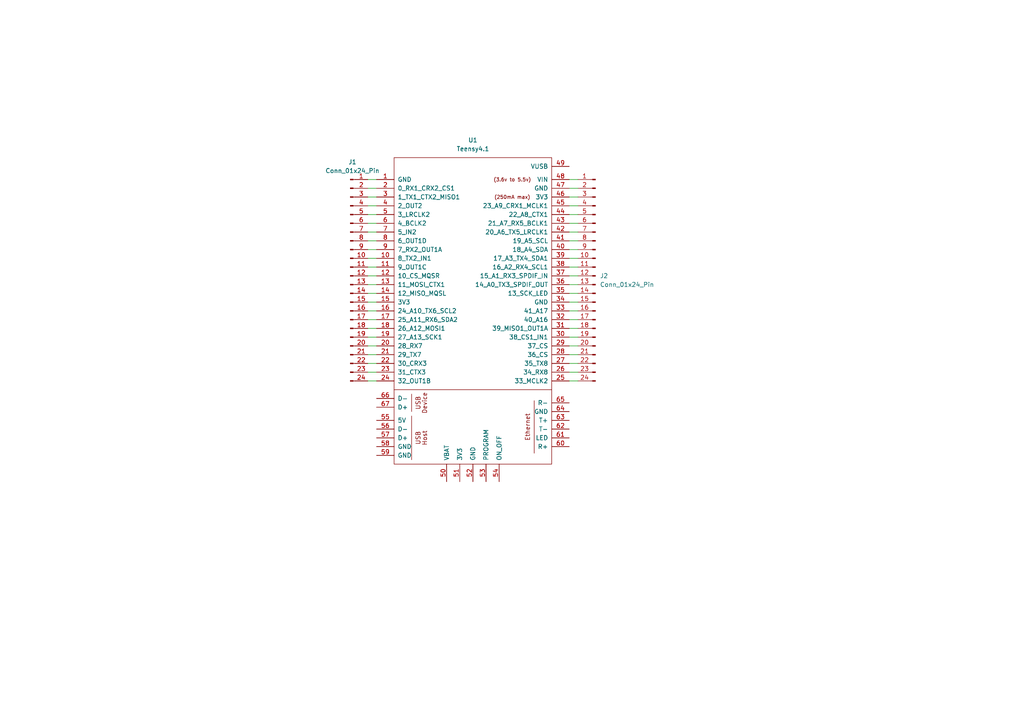
<source format=kicad_sch>
(kicad_sch (version 20250114) (generator "eeschema") (generator_version "9.0")
  (paper "A4")
  (lib_symbols
    (symbol "Connector:Conn_01x24_Pin" (pin_names (offset 1.016) (hide yes))
      (property "Reference" "J" (at 0 30.48 0))
      (property "Value" "Conn_01x24_Pin" (at 0 -33.02 0))
      (symbol "Conn_01x24_Pin_1_1"
        (rectangle (start 0.8636 28.067) (end 0 27.813) (stroke (width 0.1524)) (fill (type outline)))
        (rectangle (start 0.8636 25.527) (end 0 25.273) (stroke (width 0.1524)) (fill (type outline)))
        (rectangle (start 0.8636 22.987) (end 0 22.733) (stroke (width 0.1524)) (fill (type outline)))
        (rectangle (start 0.8636 20.447) (end 0 20.193) (stroke (width 0.1524)) (fill (type outline)))
        (rectangle (start 0.8636 17.907) (end 0 17.653) (stroke (width 0.1524)) (fill (type outline)))
        (rectangle (start 0.8636 15.367) (end 0 15.113) (stroke (width 0.1524)) (fill (type outline)))
        (rectangle (start 0.8636 12.827) (end 0 12.573) (stroke (width 0.1524)) (fill (type outline)))
        (rectangle (start 0.8636 10.287) (end 0 10.033) (stroke (width 0.1524)) (fill (type outline)))
        (rectangle (start 0.8636 7.747) (end 0 7.493) (stroke (width 0.1524)) (fill (type outline)))
        (rectangle (start 0.8636 5.207) (end 0 4.953) (stroke (width 0.1524)) (fill (type outline)))
        (rectangle (start 0.8636 2.667) (end 0 2.413) (stroke (width 0.1524)) (fill (type outline)))
        (rectangle (start 0.8636 0.127) (end 0 -0.127) (stroke (width 0.1524)) (fill (type outline)))
        (rectangle (start 0.8636 -2.413) (end 0 -2.667) (stroke (width 0.1524)) (fill (type outline)))
        (rectangle (start 0.8636 -4.953) (end 0 -5.207) (stroke (width 0.1524)) (fill (type outline)))
        (rectangle (start 0.8636 -7.493) (end 0 -7.747) (stroke (width 0.1524)) (fill (type outline)))
        (rectangle (start 0.8636 -10.033) (end 0 -10.287) (stroke (width 0.1524)) (fill (type outline)))
        (rectangle (start 0.8636 -12.573) (end 0 -12.827) (stroke (width 0.1524)) (fill (type outline)))
        (rectangle (start 0.8636 -15.113) (end 0 -15.367) (stroke (width 0.1524)) (fill (type outline)))
        (rectangle (start 0.8636 -17.653) (end 0 -17.907) (stroke (width 0.1524)) (fill (type outline)))
        (rectangle (start 0.8636 -20.193) (end 0 -20.447) (stroke (width 0.1524)) (fill (type outline)))
        (rectangle (start 0.8636 -22.733) (end 0 -22.987) (stroke (width 0.1524)) (fill (type outline)))
        (rectangle (start 0.8636 -25.273) (end 0 -25.527) (stroke (width 0.1524)) (fill (type outline)))
        (rectangle (start 0.8636 -27.813) (end 0 -28.067) (stroke (width 0.1524)) (fill (type outline)))
        (rectangle (start 0.8636 -30.353) (end 0 -30.607) (stroke (width 0.1524)) (fill (type outline)))
        (polyline (pts (xy 1.27 27.94) (xy 0.8636 27.94)) (stroke (width 0.1524)))
        (polyline (pts (xy 1.27 25.4) (xy 0.8636 25.4)) (stroke (width 0.1524)))
        (polyline (pts (xy 1.27 22.86) (xy 0.8636 22.86)) (stroke (width 0.1524)))
        (polyline (pts (xy 1.27 20.32) (xy 0.8636 20.32)) (stroke (width 0.1524)))
        (polyline (pts (xy 1.27 17.78) (xy 0.8636 17.78)) (stroke (width 0.1524)))
        (polyline (pts (xy 1.27 15.24) (xy 0.8636 15.24)) (stroke (width 0.1524)))
        (polyline (pts (xy 1.27 12.7) (xy 0.8636 12.7)) (stroke (width 0.1524)))
        (polyline (pts (xy 1.27 10.16) (xy 0.8636 10.16)) (stroke (width 0.1524)))
        (polyline (pts (xy 1.27 7.62) (xy 0.8636 7.62)) (stroke (width 0.1524)))
        (polyline (pts (xy 1.27 5.08) (xy 0.8636 5.08)) (stroke (width 0.1524)))
        (polyline (pts (xy 1.27 2.54) (xy 0.8636 2.54)) (stroke (width 0.1524)))
        (polyline (pts (xy 1.27 0) (xy 0.8636 0)) (stroke (width 0.1524)))
        (polyline (pts (xy 1.27 -2.54) (xy 0.8636 -2.54)) (stroke (width 0.1524)))
        (polyline (pts (xy 1.27 -5.08) (xy 0.8636 -5.08)) (stroke (width 0.1524)))
        (polyline (pts (xy 1.27 -7.62) (xy 0.8636 -7.62)) (stroke (width 0.1524)))
        (polyline (pts (xy 1.27 -10.16) (xy 0.8636 -10.16)) (stroke (width 0.1524)))
        (polyline (pts (xy 1.27 -12.7) (xy 0.8636 -12.7)) (stroke (width 0.1524)))
        (polyline (pts (xy 1.27 -15.24) (xy 0.8636 -15.24)) (stroke (width 0.1524)))
        (polyline (pts (xy 1.27 -17.78) (xy 0.8636 -17.78)) (stroke (width 0.1524)))
        (polyline (pts (xy 1.27 -20.32) (xy 0.8636 -20.32)) (stroke (width 0.1524)))
        (polyline (pts (xy 1.27 -22.86) (xy 0.8636 -22.86)) (stroke (width 0.1524)))
        (polyline (pts (xy 1.27 -25.4) (xy 0.8636 -25.4)) (stroke (width 0.1524)))
        (polyline (pts (xy 1.27 -27.94) (xy 0.8636 -27.94)) (stroke (width 0.1524)))
        (polyline (pts (xy 1.27 -30.48) (xy 0.8636 -30.48)) (stroke (width 0.1524)))
        (pin passive line (at 5.08 27.94 180) (length 3.81) (name "Pin_1") (number "1"))
        (pin passive line (at 5.08 25.4 180) (length 3.81) (name "Pin_2") (number "2"))
        (pin passive line (at 5.08 22.86 180) (length 3.81) (name "Pin_3") (number "3"))
        (pin passive line (at 5.08 20.32 180) (length 3.81) (name "Pin_4") (number "4"))
        (pin passive line (at 5.08 17.78 180) (length 3.81) (name "Pin_5") (number "5"))
        (pin passive line (at 5.08 15.24 180) (length 3.81) (name "Pin_6") (number "6"))
        (pin passive line (at 5.08 12.7 180) (length 3.81) (name "Pin_7") (number "7"))
        (pin passive line (at 5.08 10.16 180) (length 3.81) (name "Pin_8") (number "8"))
        (pin passive line (at 5.08 7.62 180) (length 3.81) (name "Pin_9") (number "9"))
        (pin passive line (at 5.08 5.08 180) (length 3.81) (name "Pin_10") (number "10"))
        (pin passive line (at 5.08 2.54 180) (length 3.81) (name "Pin_11") (number "11"))
        (pin passive line (at 5.08 0 180) (length 3.81) (name "Pin_12") (number "12"))
        (pin passive line (at 5.08 -2.54 180) (length 3.81) (name "Pin_13") (number "13"))
        (pin passive line (at 5.08 -5.08 180) (length 3.81) (name "Pin_14") (number "14"))
        (pin passive line (at 5.08 -7.62 180) (length 3.81) (name "Pin_15") (number "15"))
        (pin passive line (at 5.08 -10.16 180) (length 3.81) (name "Pin_16") (number "16"))
        (pin passive line (at 5.08 -12.7 180) (length 3.81) (name "Pin_17") (number "17"))
        (pin passive line (at 5.08 -15.24 180) (length 3.81) (name "Pin_18") (number "18"))
        (pin passive line (at 5.08 -17.78 180) (length 3.81) (name "Pin_19") (number "19"))
        (pin passive line (at 5.08 -20.32 180) (length 3.81) (name "Pin_20") (number "20"))
        (pin passive line (at 5.08 -22.86 180) (length 3.81) (name "Pin_21") (number "21"))
        (pin passive line (at 5.08 -25.4 180) (length 3.81) (name "Pin_22") (number "22"))
        (pin passive line (at 5.08 -27.94 180) (length 3.81) (name "Pin_23") (number "23"))
        (pin passive line (at 5.08 -30.48 180) (length 3.81) (name "Pin_24") (number "24"))
      )
    )
    (symbol "teensy:Teensy4.1" (pin_names (offset 1.016))
      (property "Reference" "U" (at 0 64.77 0))
      (property "Value" "Teensy4.1" (at 0 62.23 0))
      (symbol "Teensy4.1_0_0"
        (polyline (pts (xy -22.86 -6.35) (xy 22.86 -6.35)))
        (polyline (pts (xy -17.78 -7.62) (xy -17.78 -12.7)))
        (polyline (pts (xy -17.78 -26.67) (xy -17.78 -13.97)))
        (polyline (pts (xy 17.78 -9.525) (xy 17.78 -24.765)))
        (text "USB" (at -15.875 -10.16 900) (effects (font (size 1.27 1.27))))
        (text "USB" (at -15.875 -20.32 900) (effects (font (size 1.27 1.27))))
        (text "Device" (at -13.97 -10.16 900) (effects (font (size 1.27 1.27))))
        (text "Host" (at -13.97 -20.32 900) (effects (font (size 1.27 1.27))))
        (text "(3.6v to 5.5v)" (at 11.43 54.61 0) (effects (font (size 1.016 1.016))))
        (text "(250mA max)" (at 11.43 49.53 0) (effects (font (size 1.016 1.016))))
        (text "Ethernet" (at 15.875 -17.145 900) (effects (font (size 1.27 1.27))))
        (pin bidirectional line (at -27.94 44.45 0) (length 5.08) (name "3_LRCLK2") (number "5"))
        (pin bidirectional line (at -27.94 41.91 0) (length 5.08) (name "4_BCLK2") (number "6"))
        (pin bidirectional line (at -27.94 39.37 0) (length 5.08) (name "5_IN2") (number "7"))
        (pin bidirectional line (at -27.94 36.83 0) (length 5.08) (name "6_OUT1D") (number "8"))
        (pin bidirectional line (at -27.94 34.29 0) (length 5.08) (name "7_RX2_OUT1A") (number "9"))
        (pin bidirectional line (at -27.94 31.75 0) (length 5.08) (name "8_TX2_IN1") (number "10"))
        (pin bidirectional line (at -27.94 29.21 0) (length 5.08) (name "9_OUT1C") (number "11"))
        (pin bidirectional line (at -27.94 26.67 0) (length 5.08) (name "10_CS_MQSR") (number "12"))
        (pin bidirectional line (at -27.94 24.13 0) (length 5.08) (name "11_MOSI_CTX1") (number "13"))
        (pin bidirectional line (at -27.94 21.59 0) (length 5.08) (name "12_MISO_MQSL") (number "14"))
        (pin power_in line (at -27.94 19.05 0) (length 5.08) (name "3V3") (number "15"))
        (pin bidirectional line (at -27.94 16.51 0) (length 5.08) (name "24_A10_TX6_SCL2") (number "16"))
        (pin bidirectional line (at -27.94 13.97 0) (length 5.08) (name "25_A11_RX6_SDA2") (number "17"))
        (pin bidirectional line (at -27.94 11.43 0) (length 5.08) (name "26_A12_MOSI1") (number "18"))
        (pin bidirectional line (at -27.94 8.89 0) (length 5.08) (name "27_A13_SCK1") (number "19"))
        (pin bidirectional line (at -27.94 6.35 0) (length 5.08) (name "28_RX7") (number "20"))
        (pin bidirectional line (at -27.94 3.81 0) (length 5.08) (name "29_TX7") (number "21"))
        (pin bidirectional line (at -27.94 1.27 0) (length 5.08) (name "30_CRX3") (number "22"))
        (pin bidirectional line (at -27.94 -1.27 0) (length 5.08) (name "31_CTX3") (number "23"))
        (pin bidirectional line (at -27.94 -3.81 0) (length 5.08) (name "32_OUT1B") (number "24"))
        (pin bidirectional line (at -27.94 -8.89 0) (length 5.08) (name "D-") (number "66"))
        (pin bidirectional line (at -27.94 -11.43 0) (length 5.08) (name "D+") (number "67"))
        (pin power_out line (at -27.94 -15.24 0) (length 5.08) (name "5V") (number "55"))
        (pin bidirectional line (at -27.94 -17.78 0) (length 5.08) (name "D-") (number "56"))
        (pin bidirectional line (at -27.94 -20.32 0) (length 5.08) (name "D+") (number "57"))
        (pin power_in line (at -27.94 -22.86 0) (length 5.08) (name "GND") (number "58"))
        (pin power_in line (at -27.94 -25.4 0) (length 5.08) (name "GND") (number "59"))
        (pin power_in line (at -7.62 -33.02 90) (length 5.08) (name "VBAT") (number "50"))
        (pin power_in line (at -3.81 -33.02 90) (length 5.08) (name "3V3") (number "51"))
        (pin input line (at 0 -33.02 90) (length 5.08) (name "GND") (number "52"))
        (pin input line (at 3.81 -33.02 90) (length 5.08) (name "PROGRAM") (number "53"))
        (pin input line (at 7.62 -33.02 90) (length 5.08) (name "ON_OFF") (number "54"))
        (pin power_out line (at 27.94 58.42 180) (length 5.08) (name "VUSB") (number "49"))
        (pin power_in line (at 27.94 54.61 180) (length 5.08) (name "VIN") (number "48"))
        (pin output line (at 27.94 52.07 180) (length 5.08) (name "GND") (number "47"))
        (pin output line (at 27.94 49.53 180) (length 5.08) (name "3V3") (number "46"))
        (pin bidirectional line (at 27.94 46.99 180) (length 5.08) (name "23_A9_CRX1_MCLK1") (number "45"))
        (pin bidirectional line (at 27.94 44.45 180) (length 5.08) (name "22_A8_CTX1") (number "44"))
        (pin bidirectional line (at 27.94 41.91 180) (length 5.08) (name "21_A7_RX5_BCLK1") (number "43"))
        (pin bidirectional line (at 27.94 39.37 180) (length 5.08) (name "20_A6_TX5_LRCLK1") (number "42"))
        (pin bidirectional line (at 27.94 36.83 180) (length 5.08) (name "19_A5_SCL") (number "41"))
        (pin bidirectional line (at 27.94 34.29 180) (length 5.08) (name "18_A4_SDA") (number "40"))
        (pin bidirectional line (at 27.94 31.75 180) (length 5.08) (name "17_A3_TX4_SDA1") (number "39"))
        (pin bidirectional line (at 27.94 29.21 180) (length 5.08) (name "16_A2_RX4_SCL1") (number "38"))
        (pin bidirectional line (at 27.94 26.67 180) (length 5.08) (name "15_A1_RX3_SPDIF_IN") (number "37"))
        (pin bidirectional line (at 27.94 24.13 180) (length 5.08) (name "14_A0_TX3_SPDIF_OUT") (number "36"))
        (pin bidirectional line (at 27.94 21.59 180) (length 5.08) (name "13_SCK_LED") (number "35"))
        (pin bidirectional line (at 27.94 16.51 180) (length 5.08) (name "41_A17") (number "33"))
        (pin bidirectional line (at 27.94 13.97 180) (length 5.08) (name "40_A16") (number "32"))
        (pin bidirectional line (at 27.94 11.43 180) (length 5.08) (name "39_MISO1_OUT1A") (number "31"))
        (pin bidirectional line (at 27.94 8.89 180) (length 5.08) (name "38_CS1_IN1") (number "30"))
        (pin bidirectional line (at 27.94 6.35 180) (length 5.08) (name "37_CS") (number "29"))
        (pin bidirectional line (at 27.94 3.81 180) (length 5.08) (name "36_CS") (number "28"))
        (pin bidirectional line (at 27.94 1.27 180) (length 5.08) (name "35_TX8") (number "27"))
        (pin bidirectional line (at 27.94 -1.27 180) (length 5.08) (name "34_RX8") (number "26"))
        (pin bidirectional line (at 27.94 -3.81 180) (length 5.08) (name "33_MCLK2") (number "25"))
        (pin bidirectional line (at 27.94 -10.16 180) (length 5.08) (name "R-") (number "65"))
        (pin power_in line (at 27.94 -12.7 180) (length 5.08) (name "GND") (number "64"))
        (pin bidirectional line (at 27.94 -15.24 180) (length 5.08) (name "T+") (number "63"))
        (pin bidirectional line (at 27.94 -17.78 180) (length 5.08) (name "T-") (number "62"))
        (pin bidirectional line (at 27.94 -20.32 180) (length 5.08) (name "LED") (number "61"))
        (pin bidirectional line (at 27.94 -22.86 180) (length 5.08) (name "R+") (number "60"))
      )
      (symbol "Teensy4.1_0_1"
        (rectangle (start -22.86 60.96) (end 22.86 -27.94))
        (rectangle (start -20.32 -1.27) (end -20.32 -1.27))
      )
      (symbol "Teensy4.1_1_1"
        (pin power_in line (at -27.94 54.61 0) (length 5.08) (name "GND") (number "1"))
        (pin bidirectional line (at -27.94 52.07 0) (length 5.08) (name "0_RX1_CRX2_CS1") (number "2"))
        (pin bidirectional line (at -27.94 49.53 0) (length 5.08) (name "1_TX1_CTX2_MISO1") (number "3"))
        (pin bidirectional line (at -27.94 46.99 0) (length 5.08) (name "2_OUT2") (number "4"))
        (pin power_in line (at 27.94 19.05 180) (length 5.08) (name "GND") (number "34"))
      )
    )
  )
  (wire (pts (xy 165.1 110.49) (xy 167.64 110.49)))
  (wire (pts (xy 165.1 74.93) (xy 167.64 74.93)))
  (wire (pts (xy 106.68 80.01) (xy 109.22 80.01)))
  (wire (pts (xy 106.68 64.77) (xy 109.22 64.77)))
  (wire (pts (xy 165.1 62.23) (xy 167.64 62.23)))
  (wire (pts (xy 165.1 85.09) (xy 167.64 85.09)))
  (wire (pts (xy 106.68 95.25) (xy 109.22 95.25)))
  (wire (pts (xy 165.1 54.61) (xy 167.64 54.61)))
  (wire (pts (xy 106.68 62.23) (xy 109.22 62.23)))
  (wire (pts (xy 106.68 105.41) (xy 109.22 105.41)))
  (wire (pts (xy 106.68 67.31) (xy 109.22 67.31)))
  (wire (pts (xy 165.1 69.85) (xy 167.64 69.85)))
  (wire (pts (xy 165.1 95.25) (xy 167.64 95.25)))
  (wire (pts (xy 165.1 64.77) (xy 167.64 64.77)))
  (wire (pts (xy 106.68 100.33) (xy 109.22 100.33)))
  (wire (pts (xy 165.1 90.17) (xy 167.64 90.17)))
  (wire (pts (xy 165.1 87.63) (xy 167.64 87.63)))
  (wire (pts (xy 165.1 77.47) (xy 167.64 77.47)))
  (wire (pts (xy 106.68 72.39) (xy 109.22 72.39)))
  (wire (pts (xy 165.1 97.79) (xy 167.64 97.79)))
  (wire (pts (xy 106.68 107.95) (xy 109.22 107.95)))
  (wire (pts (xy 165.1 100.33) (xy 167.64 100.33)))
  (wire (pts (xy 106.68 77.47) (xy 109.22 77.47)))
  (wire (pts (xy 106.68 87.63) (xy 109.22 87.63)))
  (wire (pts (xy 165.1 59.69) (xy 167.64 59.69)))
  (wire (pts (xy 165.1 92.71) (xy 167.64 92.71)))
  (wire (pts (xy 165.1 82.55) (xy 167.64 82.55)))
  (wire (pts (xy 106.68 90.17) (xy 109.22 90.17)))
  (wire (pts (xy 165.1 72.39) (xy 167.64 72.39)))
  (wire (pts (xy 165.1 107.95) (xy 167.64 107.95)))
  (wire (pts (xy 106.68 52.07) (xy 109.22 52.07)))
  (wire (pts (xy 106.68 69.85) (xy 109.22 69.85)))
  (wire (pts (xy 106.68 102.87) (xy 109.22 102.87)))
  (wire (pts (xy 106.68 74.93) (xy 109.22 74.93)))
  (wire (pts (xy 165.1 80.01) (xy 167.64 80.01)))
  (wire (pts (xy 165.1 57.15) (xy 167.64 57.15)))
  (wire (pts (xy 106.68 59.69) (xy 109.22 59.69)))
  (wire (pts (xy 165.1 102.87) (xy 167.64 102.87)))
  (wire (pts (xy 106.68 97.79) (xy 109.22 97.79)))
  (wire (pts (xy 106.68 85.09) (xy 109.22 85.09)))
  (wire (pts (xy 165.1 52.07) (xy 167.64 52.07)))
  (wire (pts (xy 106.68 110.49) (xy 109.22 110.49)))
  (wire (pts (xy 106.68 82.55) (xy 109.22 82.55)))
  (wire (pts (xy 106.68 57.15) (xy 109.22 57.15)))
  (wire (pts (xy 106.68 54.61) (xy 109.22 54.61)))
  (wire (pts (xy 165.1 67.31) (xy 167.64 67.31)))
  (wire (pts (xy 165.1 105.41) (xy 167.64 105.41)))
  (wire (pts (xy 106.68 92.71) (xy 109.22 92.71)))
  (symbol (lib_id "Connector:Conn_01x24_Pin") (at 101.6 80.01 0) (unit 1)
    (property "Reference" "J1" (at 102.235 46.99 0))
    (property "Value" "Conn_01x24_Pin" (at 102.235 49.53 0))
    (property "Footprint" "Connector_PinHeader_2.54mm:PinHeader_1x24_P2.54mm_Vertical" (effects (hide yes)))
    (property "Description" "Generic connector, single row, 01x24, script generated" (effects (hide yes)))
  )
  (symbol (lib_id "Connector:Conn_01x24_Pin") (at 172.72 80.01 0) (mirror y) (unit 1)
    (property "Reference" "J2" (at 173.99 80.0099 0) (effects (justify right)))
    (property "Value" "Conn_01x24_Pin" (at 173.99 82.5499 0) (effects (justify right)))
    (property "Footprint" "Connector_PinHeader_2.54mm:PinHeader_1x24_P2.54mm_Vertical" (effects (hide yes)))
    (property "Description" "Generic connector, single row, 01x24, script generated" (effects (hide yes)))
  )
  (symbol (lib_id "teensy:Teensy4.1") (at 137.16 106.68 0) (unit 1)
    (property "Reference" "U1" (at 137.16 40.64 0))
    (property "Value" "Teensy4.1" (at 137.16 43.18 0))
    (property "Footprint" "Teensy_Library:Teensy41" (effects (hide yes)))
    (property "Datasheet" "https://www.pjrc.com/store/teensy41.html" (effects (hide yes)))
  )
)
</source>
